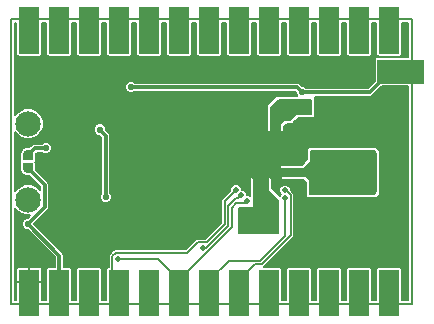
<source format=gbl>
G04 #@! TF.FileFunction,Copper,L2,Bot,Signal*
%FSLAX46Y46*%
G04 Gerber Fmt 4.6, Leading zero omitted, Abs format (unit mm)*
G04 Created by KiCad (PCBNEW 4.0.1-3.201512221401+6198~38~ubuntu15.10.1-stable) date Tue Jan  5 23:14:19 2016*
%MOMM*%
G01*
G04 APERTURE LIST*
%ADD10C,0.100000*%
%ADD11C,0.150000*%
%ADD12R,2.000000X2.000000*%
%ADD13C,0.900000*%
%ADD14R,0.900000X0.400000*%
%ADD15R,1.727200X2.032000*%
%ADD16C,2.150000*%
%ADD17C,0.584200*%
%ADD18C,0.508000*%
%ADD19C,0.304800*%
%ADD20C,0.152400*%
G04 APERTURE END LIST*
D10*
D11*
X0Y0D02*
X0Y24130000D01*
X33909000Y0D02*
X0Y0D01*
X33909000Y24130000D02*
X33909000Y0D01*
X0Y24130000D02*
X33909000Y24130000D01*
D12*
X32004000Y19685000D03*
X33909000Y19685000D03*
D13*
X1397000Y11515000D03*
D14*
X1397000Y12365000D03*
X1397000Y11765000D03*
D13*
X1397000Y12615000D03*
D15*
X32004000Y0D03*
X29464000Y0D03*
X26924000Y0D03*
X24384000Y0D03*
X21844000Y0D03*
X19304000Y0D03*
X16764000Y0D03*
X14224000Y0D03*
X11684000Y0D03*
X9144000Y0D03*
X6604000Y0D03*
X4064000Y0D03*
X1524000Y0D03*
X1524000Y1905000D03*
X4064000Y1905000D03*
X6604000Y1905000D03*
X9144000Y1905000D03*
X11684000Y1905000D03*
X14224000Y1905000D03*
X16764000Y1905000D03*
X19304000Y1905000D03*
X21844000Y1905000D03*
X24384000Y1905000D03*
X26924000Y1905000D03*
X29464000Y1905000D03*
X32004000Y1905000D03*
X1524000Y24130000D03*
X4064000Y24130000D03*
X6604000Y24130000D03*
X9144000Y24130000D03*
X11684000Y24130000D03*
X14224000Y24130000D03*
X16764000Y24130000D03*
X19304000Y24130000D03*
X21844000Y24130000D03*
X24384000Y24130000D03*
X26924000Y24130000D03*
X29464000Y24130000D03*
X32004000Y24130000D03*
X32004000Y22225000D03*
X29464000Y22225000D03*
X26924000Y22225000D03*
X24384000Y22225000D03*
X21844000Y22225000D03*
X19304000Y22225000D03*
X16764000Y22225000D03*
X14224000Y22225000D03*
X11684000Y22225000D03*
X9144000Y22225000D03*
X6604000Y22225000D03*
X4064000Y22225000D03*
X1524000Y22225000D03*
D16*
X1447800Y15290000D03*
X1447800Y8840000D03*
D17*
X26035000Y4762500D03*
X23749000Y4635500D03*
X19878000Y6350000D03*
X19878000Y7874000D03*
X22672000Y16510000D03*
X29464000Y10668000D03*
X29464000Y11620500D03*
X30289500Y10668000D03*
X30289500Y11620500D03*
X3302000Y5905500D03*
X21717000Y11811000D03*
X21717000Y13536000D03*
X19992000Y13536000D03*
X19992000Y11811000D03*
D18*
X16255597Y4771510D03*
X19490888Y9211112D03*
X23180978Y8983709D03*
X23172984Y9644062D03*
D17*
X24638000Y17970500D03*
X10160000Y18392140D03*
X7493000Y14795500D03*
X8001000Y9080500D03*
X2921000Y13223800D03*
X1397000Y6794500D03*
D18*
X9042400Y3835400D03*
X19957862Y8744138D03*
X19023914Y9678086D03*
D19*
X1524000Y0D02*
X1524000Y1905000D01*
X30289500Y11620500D02*
X30289500Y10668000D01*
D20*
X11684000Y1905000D02*
X11684000Y0D01*
X16504017Y4768483D02*
X16500990Y4771510D01*
X16500990Y4771510D02*
X16255597Y4771510D01*
X18364190Y6628656D02*
X16504017Y4768483D01*
X19490888Y9211112D02*
X19236889Y8957113D01*
X19236889Y8957113D02*
X19003547Y8957113D01*
X19003547Y8957113D02*
X18364190Y8317756D01*
X18364190Y8317756D02*
X18364190Y6628656D01*
X16764000Y0D02*
X16764000Y1905000D01*
X23180978Y8983709D02*
X23180978Y5781978D01*
X23180978Y5781978D02*
X21094690Y3695690D01*
X21094690Y3695690D02*
X18402290Y3695690D01*
X18402290Y3695690D02*
X16764000Y2057400D01*
X16764000Y2057400D02*
X16764000Y1905000D01*
X19304000Y0D02*
X19304000Y1905000D01*
X23663579Y5833513D02*
X21220946Y3390880D01*
X21220946Y3390880D02*
X20637480Y3390880D01*
X20637480Y3390880D02*
X19304000Y2057400D01*
X19304000Y2057400D02*
X19304000Y1905000D01*
X23663579Y9229421D02*
X23248938Y9644062D01*
X23663579Y5833513D02*
X23663579Y9229421D01*
X23248938Y9644062D02*
X23172984Y9644062D01*
D19*
X6604000Y1905000D02*
X6604000Y0D01*
X32004000Y19685000D02*
X33909000Y19685000D01*
X24638000Y17970500D02*
X30353000Y17970500D01*
X30353000Y17970500D02*
X32004000Y19621500D01*
X32004000Y19621500D02*
X32004000Y19685000D01*
X24216360Y18392140D02*
X24638000Y17970500D01*
X10160000Y18392140D02*
X24216360Y18392140D01*
X8001000Y14224000D02*
X7493000Y14732000D01*
X7493000Y14732000D02*
X7493000Y14795500D01*
X8001000Y9080500D02*
X8001000Y14224000D01*
X2921000Y13223800D02*
X2005800Y13223800D01*
X2005800Y13223800D02*
X1397000Y12615000D01*
X4064000Y0D02*
X4064000Y1905000D01*
X4064000Y1905000D02*
X4064000Y4127500D01*
X4064000Y4127500D02*
X1397000Y6794500D01*
X2827601Y8225101D02*
X1397000Y6794500D01*
X1397000Y11515000D02*
X2827601Y10084399D01*
X2827601Y10084399D02*
X2827601Y8225101D01*
D20*
X21844000Y0D02*
X21844000Y1905000D01*
X24384000Y0D02*
X24384000Y1905000D01*
X26924000Y0D02*
X26924000Y1905000D01*
X29464000Y0D02*
X29464000Y1905000D01*
X32004000Y0D02*
X32004000Y1905000D01*
X32004000Y22225000D02*
X32004000Y24130000D01*
X14224000Y0D02*
X14224000Y1905000D01*
X9042400Y3835400D02*
X12446000Y3835400D01*
X12446000Y3835400D02*
X14224000Y2057400D01*
X14224000Y2057400D02*
X14224000Y1905000D01*
X18669000Y6502400D02*
X18669000Y8191500D01*
X14224000Y2057400D02*
X18669000Y6502400D01*
X18669000Y8191500D02*
X19050000Y8572500D01*
X19050000Y8572500D02*
X19786224Y8572500D01*
X19786224Y8572500D02*
X19957862Y8744138D01*
X29464000Y22225000D02*
X29464000Y24130000D01*
X26924000Y22225000D02*
X26924000Y24130000D01*
X24384000Y22225000D02*
X24384000Y24130000D01*
X21844000Y22225000D02*
X21844000Y24130000D01*
X19304000Y22225000D02*
X19304000Y24130000D01*
X16764000Y22225000D02*
X16764000Y24130000D01*
X14224000Y22225000D02*
X14224000Y24130000D01*
X11684000Y22225000D02*
X11684000Y24130000D01*
X9144000Y22225000D02*
X9144000Y24130000D01*
X6604000Y22225000D02*
X6604000Y24130000D01*
X4064000Y22225000D02*
X4064000Y24130000D01*
X1524000Y22225000D02*
X1524000Y24130000D01*
X9144000Y1905000D02*
X9144000Y0D01*
X9144000Y1905000D02*
X9144000Y2057400D01*
X14884400Y4343400D02*
X15795111Y5254111D01*
X15795111Y5254111D02*
X16558579Y5254111D01*
X9144000Y2057400D02*
X8559799Y2641601D01*
X8559799Y2641601D02*
X8559799Y4067049D01*
X8559799Y4067049D02*
X8836150Y4343400D01*
X8836150Y4343400D02*
X14884400Y4343400D01*
X16558579Y5254111D02*
X18059380Y6754912D01*
X18059380Y6754912D02*
X18059380Y8713552D01*
X18059380Y8713552D02*
X19023914Y9678086D01*
G36*
X427322Y21209000D02*
X443262Y21124286D01*
X493328Y21046482D01*
X569720Y20994285D01*
X660400Y20975922D01*
X2387600Y20975922D01*
X2472314Y20991862D01*
X2550118Y21041928D01*
X2602315Y21118320D01*
X2620678Y21209000D01*
X2620678Y23799800D01*
X2967322Y23799800D01*
X2967322Y21209000D01*
X2983262Y21124286D01*
X3033328Y21046482D01*
X3109720Y20994285D01*
X3200400Y20975922D01*
X4927600Y20975922D01*
X5012314Y20991862D01*
X5090118Y21041928D01*
X5142315Y21118320D01*
X5160678Y21209000D01*
X5160678Y23799800D01*
X5507322Y23799800D01*
X5507322Y21209000D01*
X5523262Y21124286D01*
X5573328Y21046482D01*
X5649720Y20994285D01*
X5740400Y20975922D01*
X7467600Y20975922D01*
X7552314Y20991862D01*
X7630118Y21041928D01*
X7682315Y21118320D01*
X7700678Y21209000D01*
X7700678Y23799800D01*
X8047322Y23799800D01*
X8047322Y21209000D01*
X8063262Y21124286D01*
X8113328Y21046482D01*
X8189720Y20994285D01*
X8280400Y20975922D01*
X10007600Y20975922D01*
X10092314Y20991862D01*
X10170118Y21041928D01*
X10222315Y21118320D01*
X10240678Y21209000D01*
X10240678Y23799800D01*
X10587322Y23799800D01*
X10587322Y21209000D01*
X10603262Y21124286D01*
X10653328Y21046482D01*
X10729720Y20994285D01*
X10820400Y20975922D01*
X12547600Y20975922D01*
X12632314Y20991862D01*
X12710118Y21041928D01*
X12762315Y21118320D01*
X12780678Y21209000D01*
X12780678Y23799800D01*
X13127322Y23799800D01*
X13127322Y21209000D01*
X13143262Y21124286D01*
X13193328Y21046482D01*
X13269720Y20994285D01*
X13360400Y20975922D01*
X15087600Y20975922D01*
X15172314Y20991862D01*
X15250118Y21041928D01*
X15302315Y21118320D01*
X15320678Y21209000D01*
X15320678Y23799800D01*
X15667322Y23799800D01*
X15667322Y21209000D01*
X15683262Y21124286D01*
X15733328Y21046482D01*
X15809720Y20994285D01*
X15900400Y20975922D01*
X17627600Y20975922D01*
X17712314Y20991862D01*
X17790118Y21041928D01*
X17842315Y21118320D01*
X17860678Y21209000D01*
X17860678Y23799800D01*
X18207322Y23799800D01*
X18207322Y21209000D01*
X18223262Y21124286D01*
X18273328Y21046482D01*
X18349720Y20994285D01*
X18440400Y20975922D01*
X20167600Y20975922D01*
X20252314Y20991862D01*
X20330118Y21041928D01*
X20382315Y21118320D01*
X20400678Y21209000D01*
X20400678Y23799800D01*
X20747322Y23799800D01*
X20747322Y21209000D01*
X20763262Y21124286D01*
X20813328Y21046482D01*
X20889720Y20994285D01*
X20980400Y20975922D01*
X22707600Y20975922D01*
X22792314Y20991862D01*
X22870118Y21041928D01*
X22922315Y21118320D01*
X22940678Y21209000D01*
X22940678Y23799800D01*
X23287322Y23799800D01*
X23287322Y21209000D01*
X23303262Y21124286D01*
X23353328Y21046482D01*
X23429720Y20994285D01*
X23520400Y20975922D01*
X25247600Y20975922D01*
X25332314Y20991862D01*
X25410118Y21041928D01*
X25462315Y21118320D01*
X25480678Y21209000D01*
X25480678Y23799800D01*
X25827322Y23799800D01*
X25827322Y21209000D01*
X25843262Y21124286D01*
X25893328Y21046482D01*
X25969720Y20994285D01*
X26060400Y20975922D01*
X27787600Y20975922D01*
X27872314Y20991862D01*
X27950118Y21041928D01*
X28002315Y21118320D01*
X28020678Y21209000D01*
X28020678Y23799800D01*
X28367322Y23799800D01*
X28367322Y21209000D01*
X28383262Y21124286D01*
X28433328Y21046482D01*
X28509720Y20994285D01*
X28600400Y20975922D01*
X30327600Y20975922D01*
X30412314Y20991862D01*
X30490118Y21041928D01*
X30542315Y21118320D01*
X30560678Y21209000D01*
X30560678Y23799800D01*
X30907322Y23799800D01*
X30907322Y21209000D01*
X30923262Y21124286D01*
X30973328Y21046482D01*
X31049720Y20994285D01*
X31140400Y20975922D01*
X32867600Y20975922D01*
X32952314Y20991862D01*
X33030118Y21041928D01*
X33082315Y21118320D01*
X33100678Y21209000D01*
X33100678Y23799800D01*
X33573433Y23799800D01*
X33573433Y20918078D01*
X31004000Y20918078D01*
X30919286Y20902138D01*
X30841482Y20852072D01*
X30789285Y20775680D01*
X30770922Y20685000D01*
X30770922Y18927238D01*
X30195184Y18351500D01*
X24993403Y18351500D01*
X24933338Y18411670D01*
X24742028Y18491109D01*
X24656132Y18491184D01*
X24485768Y18661548D01*
X24362163Y18744138D01*
X24216360Y18773140D01*
X10515403Y18773140D01*
X10455338Y18833310D01*
X10264028Y18912749D01*
X10056881Y18912930D01*
X9865433Y18833825D01*
X9718830Y18687478D01*
X9639391Y18496168D01*
X9639210Y18289021D01*
X9718315Y18097573D01*
X9864662Y17950970D01*
X10055972Y17871531D01*
X10263119Y17871350D01*
X10454567Y17950455D01*
X10515358Y18011140D01*
X24058544Y18011140D01*
X24117284Y17952400D01*
X24117210Y17867381D01*
X24196315Y17675933D01*
X24206530Y17665700D01*
X22479000Y17665700D01*
X22450327Y17660099D01*
X22425118Y17643382D01*
X21663118Y16881382D01*
X21646803Y16857146D01*
X21640800Y16827500D01*
X21640800Y14668500D01*
X21646011Y14640805D01*
X21662379Y14615368D01*
X21687354Y14598303D01*
X21717000Y14592300D01*
X21907500Y14592300D01*
X21935195Y14597511D01*
X21960632Y14613879D01*
X21977697Y14638854D01*
X21983700Y14668500D01*
X21983700Y16605436D01*
X22701064Y17322800D01*
X25387300Y17322800D01*
X25387300Y16141700D01*
X24130000Y16141700D01*
X24101327Y16136099D01*
X24076118Y16119382D01*
X23590436Y15633700D01*
X23114000Y15633700D01*
X23085327Y15628099D01*
X23060118Y15611382D01*
X22742618Y15293882D01*
X22726303Y15269646D01*
X22720300Y15240000D01*
X22720300Y14668500D01*
X22725511Y14640805D01*
X22741879Y14615368D01*
X22766854Y14598303D01*
X22796500Y14592300D01*
X22987000Y14592300D01*
X23014695Y14597511D01*
X23040132Y14613879D01*
X23057197Y14638854D01*
X23063200Y14668500D01*
X23063200Y15017936D01*
X23336064Y15290800D01*
X23812500Y15290800D01*
X23841173Y15296401D01*
X23866382Y15313118D01*
X24352064Y15798800D01*
X25654000Y15798800D01*
X25681695Y15804011D01*
X25707132Y15820379D01*
X25724197Y15845354D01*
X25730200Y15875000D01*
X25730200Y17589500D01*
X30353000Y17589500D01*
X30498803Y17618502D01*
X30622408Y17701092D01*
X31373238Y18451922D01*
X33573433Y18451922D01*
X33573433Y330200D01*
X33100678Y330200D01*
X33100678Y2921000D01*
X33084738Y3005714D01*
X33034672Y3083518D01*
X32958280Y3135715D01*
X32867600Y3154078D01*
X31140400Y3154078D01*
X31055686Y3138138D01*
X30977882Y3088072D01*
X30925685Y3011680D01*
X30907322Y2921000D01*
X30907322Y330200D01*
X30560678Y330200D01*
X30560678Y2921000D01*
X30544738Y3005714D01*
X30494672Y3083518D01*
X30418280Y3135715D01*
X30327600Y3154078D01*
X28600400Y3154078D01*
X28515686Y3138138D01*
X28437882Y3088072D01*
X28385685Y3011680D01*
X28367322Y2921000D01*
X28367322Y330200D01*
X28020678Y330200D01*
X28020678Y2921000D01*
X28004738Y3005714D01*
X27954672Y3083518D01*
X27878280Y3135715D01*
X27787600Y3154078D01*
X26060400Y3154078D01*
X25975686Y3138138D01*
X25897882Y3088072D01*
X25845685Y3011680D01*
X25827322Y2921000D01*
X25827322Y330200D01*
X25480678Y330200D01*
X25480678Y2921000D01*
X25464738Y3005714D01*
X25414672Y3083518D01*
X25338280Y3135715D01*
X25247600Y3154078D01*
X23520400Y3154078D01*
X23435686Y3138138D01*
X23357882Y3088072D01*
X23305685Y3011680D01*
X23287322Y2921000D01*
X23287322Y330200D01*
X22940678Y330200D01*
X22940678Y2921000D01*
X22924738Y3005714D01*
X22874672Y3083518D01*
X22798280Y3135715D01*
X22707600Y3154078D01*
X21404630Y3154078D01*
X21436472Y3175354D01*
X23879105Y5617987D01*
X23945177Y5716871D01*
X23968379Y5833513D01*
X23968379Y9229421D01*
X23945177Y9346063D01*
X23879105Y9444947D01*
X23655606Y9668446D01*
X23655668Y9739636D01*
X23582351Y9917076D01*
X23446712Y10052952D01*
X23269400Y10126578D01*
X23077410Y10126746D01*
X22899970Y10053429D01*
X22764094Y9917790D01*
X22690468Y9740478D01*
X22690300Y9548488D01*
X22763617Y9371048D01*
X22824651Y9309908D01*
X22772088Y9257437D01*
X22740324Y9180940D01*
X22047200Y9874064D01*
X22047200Y10668000D01*
X22041989Y10695695D01*
X22025621Y10721132D01*
X22000646Y10738197D01*
X21971000Y10744200D01*
X21780500Y10744200D01*
X21752805Y10738989D01*
X21727368Y10722621D01*
X21710303Y10697646D01*
X21704300Y10668000D01*
X21704300Y9652000D01*
X21709901Y9623327D01*
X21726618Y9598118D01*
X22593300Y8731436D01*
X22593300Y6045200D01*
X19316700Y6045200D01*
X19316700Y8178800D01*
X20447000Y8178800D01*
X20474695Y8184011D01*
X20500132Y8200379D01*
X20517197Y8225354D01*
X20523200Y8255000D01*
X20523200Y10668000D01*
X20517989Y10695695D01*
X20501621Y10721132D01*
X20476646Y10738197D01*
X20447000Y10744200D01*
X20256500Y10744200D01*
X20228805Y10738989D01*
X20203368Y10722621D01*
X20186303Y10697646D01*
X20180300Y10668000D01*
X20180300Y9174325D01*
X20054278Y9226654D01*
X19973502Y9226725D01*
X19973572Y9306686D01*
X19900255Y9484126D01*
X19764616Y9620002D01*
X19587304Y9693628D01*
X19506528Y9693699D01*
X19506598Y9773660D01*
X19433281Y9951100D01*
X19297642Y10086976D01*
X19120330Y10160602D01*
X18928340Y10160770D01*
X18750900Y10087453D01*
X18615024Y9951814D01*
X18541398Y9774502D01*
X18541268Y9626492D01*
X17843854Y8929078D01*
X17777782Y8830194D01*
X17754580Y8713552D01*
X17754580Y6881164D01*
X16432327Y5558911D01*
X15795111Y5558911D01*
X15678469Y5535709D01*
X15590871Y5477178D01*
X15579585Y5469637D01*
X14758148Y4648200D01*
X8836150Y4648200D01*
X8719508Y4624998D01*
X8620624Y4558926D01*
X8344273Y4282575D01*
X8278201Y4183691D01*
X8254999Y4067049D01*
X8254999Y3149298D01*
X8195686Y3138138D01*
X8117882Y3088072D01*
X8065685Y3011680D01*
X8047322Y2921000D01*
X8047322Y330200D01*
X7700678Y330200D01*
X7700678Y2921000D01*
X7684738Y3005714D01*
X7634672Y3083518D01*
X7558280Y3135715D01*
X7467600Y3154078D01*
X5740400Y3154078D01*
X5655686Y3138138D01*
X5577882Y3088072D01*
X5525685Y3011680D01*
X5507322Y2921000D01*
X5507322Y330200D01*
X5160678Y330200D01*
X5160678Y2921000D01*
X5144738Y3005714D01*
X5094672Y3083518D01*
X5018280Y3135715D01*
X4927600Y3154078D01*
X4445000Y3154078D01*
X4445000Y4127495D01*
X4445001Y4127500D01*
X4415998Y4273302D01*
X4386076Y4318084D01*
X4333408Y4396908D01*
X4333405Y4396910D01*
X1935816Y6794500D01*
X3097006Y7955691D01*
X3097009Y7955693D01*
X3146518Y8029789D01*
X3179599Y8079298D01*
X3208601Y8225101D01*
X3208601Y10084399D01*
X3179599Y10230201D01*
X3179599Y10230202D01*
X3146518Y10279711D01*
X3097009Y10353807D01*
X3097006Y10353809D01*
X2074281Y11376534D01*
X2075482Y11379426D01*
X2075625Y11543010D01*
X2080078Y11565000D01*
X2080078Y11965000D01*
X2064138Y12049714D01*
X2054809Y12064212D01*
X2061715Y12074320D01*
X2080078Y12165000D01*
X2080078Y12565000D01*
X2075578Y12588917D01*
X2075718Y12749390D01*
X2074106Y12753290D01*
X2163616Y12842800D01*
X2565597Y12842800D01*
X2625662Y12782630D01*
X2816972Y12703191D01*
X3024119Y12703010D01*
X3215567Y12782115D01*
X3362170Y12928462D01*
X3441609Y13119772D01*
X3441790Y13326919D01*
X3362685Y13518367D01*
X3216338Y13664970D01*
X3025028Y13744409D01*
X2817881Y13744590D01*
X2626433Y13665485D01*
X2565642Y13604800D01*
X2005800Y13604800D01*
X1859997Y13575798D01*
X1736392Y13493208D01*
X1535465Y13292281D01*
X1532574Y13293482D01*
X1262610Y13293718D01*
X1013106Y13190625D01*
X822046Y12999898D01*
X718518Y12750574D01*
X718375Y12586990D01*
X713922Y12565000D01*
X713922Y12165000D01*
X729862Y12080286D01*
X739191Y12065788D01*
X732285Y12055680D01*
X713922Y11965000D01*
X713922Y11565000D01*
X718422Y11541083D01*
X718282Y11380610D01*
X821375Y11131106D01*
X1012102Y10940046D01*
X1261426Y10836518D01*
X1531390Y10836282D01*
X1535291Y10837894D01*
X2446601Y9926584D01*
X2446601Y9684634D01*
X2187194Y9944494D01*
X1708240Y10143373D01*
X1189636Y10143826D01*
X710335Y9945783D01*
X343306Y9579394D01*
X330200Y9547831D01*
X330200Y14581134D01*
X342017Y14552535D01*
X708406Y14185506D01*
X1187360Y13986627D01*
X1705964Y13986174D01*
X2185265Y14184217D01*
X2552294Y14550606D01*
X2611164Y14692381D01*
X6972210Y14692381D01*
X7051315Y14500933D01*
X7197662Y14354330D01*
X7388972Y14274891D01*
X7411313Y14274871D01*
X7620000Y14066185D01*
X7620000Y9435903D01*
X7559830Y9375838D01*
X7480391Y9184528D01*
X7480210Y8977381D01*
X7559315Y8785933D01*
X7705662Y8639330D01*
X7896972Y8559891D01*
X8104119Y8559710D01*
X8295567Y8638815D01*
X8442170Y8785162D01*
X8521609Y8976472D01*
X8521790Y9183619D01*
X8442685Y9375067D01*
X8382000Y9435858D01*
X8382000Y11747500D01*
X22783800Y11747500D01*
X22783800Y11557000D01*
X22789011Y11529305D01*
X22805379Y11503868D01*
X22830354Y11486803D01*
X22860000Y11480800D01*
X24828500Y11480800D01*
X24857173Y11486401D01*
X24882382Y11503118D01*
X25390382Y12011118D01*
X25406697Y12035354D01*
X25412700Y12065000D01*
X25412700Y12941300D01*
X30702436Y12941300D01*
X30911800Y12731936D01*
X30911800Y9556564D01*
X30702436Y9347200D01*
X25285700Y9347200D01*
X25285700Y10477500D01*
X25280099Y10506173D01*
X25263382Y10531382D01*
X24945882Y10848882D01*
X24921646Y10865197D01*
X24892000Y10871200D01*
X22923500Y10871200D01*
X22895805Y10865989D01*
X22870368Y10849621D01*
X22853303Y10824646D01*
X22847300Y10795000D01*
X22847300Y10604500D01*
X22852511Y10576805D01*
X22868879Y10551368D01*
X22893854Y10534303D01*
X22923500Y10528300D01*
X24669936Y10528300D01*
X24942800Y10255436D01*
X24942800Y9080500D01*
X24948011Y9052805D01*
X24964379Y9027368D01*
X24989354Y9010303D01*
X25019000Y9004300D01*
X30924500Y9004300D01*
X30953173Y9009901D01*
X30978382Y9026618D01*
X31232382Y9280618D01*
X31248697Y9304854D01*
X31254700Y9334500D01*
X31254700Y12954000D01*
X31249099Y12982673D01*
X31232382Y13007882D01*
X30978382Y13261882D01*
X30954146Y13278197D01*
X30924500Y13284200D01*
X25146000Y13284200D01*
X25118305Y13278989D01*
X25092868Y13262621D01*
X25075803Y13237646D01*
X25069800Y13208000D01*
X25069800Y12287064D01*
X24606436Y11823700D01*
X22860000Y11823700D01*
X22832305Y11818489D01*
X22806868Y11802121D01*
X22789803Y11777146D01*
X22783800Y11747500D01*
X8382000Y11747500D01*
X8382000Y14224000D01*
X8352998Y14369802D01*
X8270408Y14493408D01*
X8270405Y14493410D01*
X8013660Y14750155D01*
X8013790Y14898619D01*
X7934685Y15090067D01*
X7788338Y15236670D01*
X7597028Y15316109D01*
X7389881Y15316290D01*
X7198433Y15237185D01*
X7051830Y15090838D01*
X6972391Y14899528D01*
X6972210Y14692381D01*
X2611164Y14692381D01*
X2751173Y15029560D01*
X2751626Y15548164D01*
X2553583Y16027465D01*
X2187194Y16394494D01*
X1708240Y16593373D01*
X1189636Y16593826D01*
X710335Y16395783D01*
X343306Y16029394D01*
X330200Y15997831D01*
X330200Y23799800D01*
X427322Y23799800D01*
X427322Y21209000D01*
X427322Y21209000D01*
G37*
X427322Y21209000D02*
X443262Y21124286D01*
X493328Y21046482D01*
X569720Y20994285D01*
X660400Y20975922D01*
X2387600Y20975922D01*
X2472314Y20991862D01*
X2550118Y21041928D01*
X2602315Y21118320D01*
X2620678Y21209000D01*
X2620678Y23799800D01*
X2967322Y23799800D01*
X2967322Y21209000D01*
X2983262Y21124286D01*
X3033328Y21046482D01*
X3109720Y20994285D01*
X3200400Y20975922D01*
X4927600Y20975922D01*
X5012314Y20991862D01*
X5090118Y21041928D01*
X5142315Y21118320D01*
X5160678Y21209000D01*
X5160678Y23799800D01*
X5507322Y23799800D01*
X5507322Y21209000D01*
X5523262Y21124286D01*
X5573328Y21046482D01*
X5649720Y20994285D01*
X5740400Y20975922D01*
X7467600Y20975922D01*
X7552314Y20991862D01*
X7630118Y21041928D01*
X7682315Y21118320D01*
X7700678Y21209000D01*
X7700678Y23799800D01*
X8047322Y23799800D01*
X8047322Y21209000D01*
X8063262Y21124286D01*
X8113328Y21046482D01*
X8189720Y20994285D01*
X8280400Y20975922D01*
X10007600Y20975922D01*
X10092314Y20991862D01*
X10170118Y21041928D01*
X10222315Y21118320D01*
X10240678Y21209000D01*
X10240678Y23799800D01*
X10587322Y23799800D01*
X10587322Y21209000D01*
X10603262Y21124286D01*
X10653328Y21046482D01*
X10729720Y20994285D01*
X10820400Y20975922D01*
X12547600Y20975922D01*
X12632314Y20991862D01*
X12710118Y21041928D01*
X12762315Y21118320D01*
X12780678Y21209000D01*
X12780678Y23799800D01*
X13127322Y23799800D01*
X13127322Y21209000D01*
X13143262Y21124286D01*
X13193328Y21046482D01*
X13269720Y20994285D01*
X13360400Y20975922D01*
X15087600Y20975922D01*
X15172314Y20991862D01*
X15250118Y21041928D01*
X15302315Y21118320D01*
X15320678Y21209000D01*
X15320678Y23799800D01*
X15667322Y23799800D01*
X15667322Y21209000D01*
X15683262Y21124286D01*
X15733328Y21046482D01*
X15809720Y20994285D01*
X15900400Y20975922D01*
X17627600Y20975922D01*
X17712314Y20991862D01*
X17790118Y21041928D01*
X17842315Y21118320D01*
X17860678Y21209000D01*
X17860678Y23799800D01*
X18207322Y23799800D01*
X18207322Y21209000D01*
X18223262Y21124286D01*
X18273328Y21046482D01*
X18349720Y20994285D01*
X18440400Y20975922D01*
X20167600Y20975922D01*
X20252314Y20991862D01*
X20330118Y21041928D01*
X20382315Y21118320D01*
X20400678Y21209000D01*
X20400678Y23799800D01*
X20747322Y23799800D01*
X20747322Y21209000D01*
X20763262Y21124286D01*
X20813328Y21046482D01*
X20889720Y20994285D01*
X20980400Y20975922D01*
X22707600Y20975922D01*
X22792314Y20991862D01*
X22870118Y21041928D01*
X22922315Y21118320D01*
X22940678Y21209000D01*
X22940678Y23799800D01*
X23287322Y23799800D01*
X23287322Y21209000D01*
X23303262Y21124286D01*
X23353328Y21046482D01*
X23429720Y20994285D01*
X23520400Y20975922D01*
X25247600Y20975922D01*
X25332314Y20991862D01*
X25410118Y21041928D01*
X25462315Y21118320D01*
X25480678Y21209000D01*
X25480678Y23799800D01*
X25827322Y23799800D01*
X25827322Y21209000D01*
X25843262Y21124286D01*
X25893328Y21046482D01*
X25969720Y20994285D01*
X26060400Y20975922D01*
X27787600Y20975922D01*
X27872314Y20991862D01*
X27950118Y21041928D01*
X28002315Y21118320D01*
X28020678Y21209000D01*
X28020678Y23799800D01*
X28367322Y23799800D01*
X28367322Y21209000D01*
X28383262Y21124286D01*
X28433328Y21046482D01*
X28509720Y20994285D01*
X28600400Y20975922D01*
X30327600Y20975922D01*
X30412314Y20991862D01*
X30490118Y21041928D01*
X30542315Y21118320D01*
X30560678Y21209000D01*
X30560678Y23799800D01*
X30907322Y23799800D01*
X30907322Y21209000D01*
X30923262Y21124286D01*
X30973328Y21046482D01*
X31049720Y20994285D01*
X31140400Y20975922D01*
X32867600Y20975922D01*
X32952314Y20991862D01*
X33030118Y21041928D01*
X33082315Y21118320D01*
X33100678Y21209000D01*
X33100678Y23799800D01*
X33573433Y23799800D01*
X33573433Y20918078D01*
X31004000Y20918078D01*
X30919286Y20902138D01*
X30841482Y20852072D01*
X30789285Y20775680D01*
X30770922Y20685000D01*
X30770922Y18927238D01*
X30195184Y18351500D01*
X24993403Y18351500D01*
X24933338Y18411670D01*
X24742028Y18491109D01*
X24656132Y18491184D01*
X24485768Y18661548D01*
X24362163Y18744138D01*
X24216360Y18773140D01*
X10515403Y18773140D01*
X10455338Y18833310D01*
X10264028Y18912749D01*
X10056881Y18912930D01*
X9865433Y18833825D01*
X9718830Y18687478D01*
X9639391Y18496168D01*
X9639210Y18289021D01*
X9718315Y18097573D01*
X9864662Y17950970D01*
X10055972Y17871531D01*
X10263119Y17871350D01*
X10454567Y17950455D01*
X10515358Y18011140D01*
X24058544Y18011140D01*
X24117284Y17952400D01*
X24117210Y17867381D01*
X24196315Y17675933D01*
X24206530Y17665700D01*
X22479000Y17665700D01*
X22450327Y17660099D01*
X22425118Y17643382D01*
X21663118Y16881382D01*
X21646803Y16857146D01*
X21640800Y16827500D01*
X21640800Y14668500D01*
X21646011Y14640805D01*
X21662379Y14615368D01*
X21687354Y14598303D01*
X21717000Y14592300D01*
X21907500Y14592300D01*
X21935195Y14597511D01*
X21960632Y14613879D01*
X21977697Y14638854D01*
X21983700Y14668500D01*
X21983700Y16605436D01*
X22701064Y17322800D01*
X25387300Y17322800D01*
X25387300Y16141700D01*
X24130000Y16141700D01*
X24101327Y16136099D01*
X24076118Y16119382D01*
X23590436Y15633700D01*
X23114000Y15633700D01*
X23085327Y15628099D01*
X23060118Y15611382D01*
X22742618Y15293882D01*
X22726303Y15269646D01*
X22720300Y15240000D01*
X22720300Y14668500D01*
X22725511Y14640805D01*
X22741879Y14615368D01*
X22766854Y14598303D01*
X22796500Y14592300D01*
X22987000Y14592300D01*
X23014695Y14597511D01*
X23040132Y14613879D01*
X23057197Y14638854D01*
X23063200Y14668500D01*
X23063200Y15017936D01*
X23336064Y15290800D01*
X23812500Y15290800D01*
X23841173Y15296401D01*
X23866382Y15313118D01*
X24352064Y15798800D01*
X25654000Y15798800D01*
X25681695Y15804011D01*
X25707132Y15820379D01*
X25724197Y15845354D01*
X25730200Y15875000D01*
X25730200Y17589500D01*
X30353000Y17589500D01*
X30498803Y17618502D01*
X30622408Y17701092D01*
X31373238Y18451922D01*
X33573433Y18451922D01*
X33573433Y330200D01*
X33100678Y330200D01*
X33100678Y2921000D01*
X33084738Y3005714D01*
X33034672Y3083518D01*
X32958280Y3135715D01*
X32867600Y3154078D01*
X31140400Y3154078D01*
X31055686Y3138138D01*
X30977882Y3088072D01*
X30925685Y3011680D01*
X30907322Y2921000D01*
X30907322Y330200D01*
X30560678Y330200D01*
X30560678Y2921000D01*
X30544738Y3005714D01*
X30494672Y3083518D01*
X30418280Y3135715D01*
X30327600Y3154078D01*
X28600400Y3154078D01*
X28515686Y3138138D01*
X28437882Y3088072D01*
X28385685Y3011680D01*
X28367322Y2921000D01*
X28367322Y330200D01*
X28020678Y330200D01*
X28020678Y2921000D01*
X28004738Y3005714D01*
X27954672Y3083518D01*
X27878280Y3135715D01*
X27787600Y3154078D01*
X26060400Y3154078D01*
X25975686Y3138138D01*
X25897882Y3088072D01*
X25845685Y3011680D01*
X25827322Y2921000D01*
X25827322Y330200D01*
X25480678Y330200D01*
X25480678Y2921000D01*
X25464738Y3005714D01*
X25414672Y3083518D01*
X25338280Y3135715D01*
X25247600Y3154078D01*
X23520400Y3154078D01*
X23435686Y3138138D01*
X23357882Y3088072D01*
X23305685Y3011680D01*
X23287322Y2921000D01*
X23287322Y330200D01*
X22940678Y330200D01*
X22940678Y2921000D01*
X22924738Y3005714D01*
X22874672Y3083518D01*
X22798280Y3135715D01*
X22707600Y3154078D01*
X21404630Y3154078D01*
X21436472Y3175354D01*
X23879105Y5617987D01*
X23945177Y5716871D01*
X23968379Y5833513D01*
X23968379Y9229421D01*
X23945177Y9346063D01*
X23879105Y9444947D01*
X23655606Y9668446D01*
X23655668Y9739636D01*
X23582351Y9917076D01*
X23446712Y10052952D01*
X23269400Y10126578D01*
X23077410Y10126746D01*
X22899970Y10053429D01*
X22764094Y9917790D01*
X22690468Y9740478D01*
X22690300Y9548488D01*
X22763617Y9371048D01*
X22824651Y9309908D01*
X22772088Y9257437D01*
X22740324Y9180940D01*
X22047200Y9874064D01*
X22047200Y10668000D01*
X22041989Y10695695D01*
X22025621Y10721132D01*
X22000646Y10738197D01*
X21971000Y10744200D01*
X21780500Y10744200D01*
X21752805Y10738989D01*
X21727368Y10722621D01*
X21710303Y10697646D01*
X21704300Y10668000D01*
X21704300Y9652000D01*
X21709901Y9623327D01*
X21726618Y9598118D01*
X22593300Y8731436D01*
X22593300Y6045200D01*
X19316700Y6045200D01*
X19316700Y8178800D01*
X20447000Y8178800D01*
X20474695Y8184011D01*
X20500132Y8200379D01*
X20517197Y8225354D01*
X20523200Y8255000D01*
X20523200Y10668000D01*
X20517989Y10695695D01*
X20501621Y10721132D01*
X20476646Y10738197D01*
X20447000Y10744200D01*
X20256500Y10744200D01*
X20228805Y10738989D01*
X20203368Y10722621D01*
X20186303Y10697646D01*
X20180300Y10668000D01*
X20180300Y9174325D01*
X20054278Y9226654D01*
X19973502Y9226725D01*
X19973572Y9306686D01*
X19900255Y9484126D01*
X19764616Y9620002D01*
X19587304Y9693628D01*
X19506528Y9693699D01*
X19506598Y9773660D01*
X19433281Y9951100D01*
X19297642Y10086976D01*
X19120330Y10160602D01*
X18928340Y10160770D01*
X18750900Y10087453D01*
X18615024Y9951814D01*
X18541398Y9774502D01*
X18541268Y9626492D01*
X17843854Y8929078D01*
X17777782Y8830194D01*
X17754580Y8713552D01*
X17754580Y6881164D01*
X16432327Y5558911D01*
X15795111Y5558911D01*
X15678469Y5535709D01*
X15590871Y5477178D01*
X15579585Y5469637D01*
X14758148Y4648200D01*
X8836150Y4648200D01*
X8719508Y4624998D01*
X8620624Y4558926D01*
X8344273Y4282575D01*
X8278201Y4183691D01*
X8254999Y4067049D01*
X8254999Y3149298D01*
X8195686Y3138138D01*
X8117882Y3088072D01*
X8065685Y3011680D01*
X8047322Y2921000D01*
X8047322Y330200D01*
X7700678Y330200D01*
X7700678Y2921000D01*
X7684738Y3005714D01*
X7634672Y3083518D01*
X7558280Y3135715D01*
X7467600Y3154078D01*
X5740400Y3154078D01*
X5655686Y3138138D01*
X5577882Y3088072D01*
X5525685Y3011680D01*
X5507322Y2921000D01*
X5507322Y330200D01*
X5160678Y330200D01*
X5160678Y2921000D01*
X5144738Y3005714D01*
X5094672Y3083518D01*
X5018280Y3135715D01*
X4927600Y3154078D01*
X4445000Y3154078D01*
X4445000Y4127495D01*
X4445001Y4127500D01*
X4415998Y4273302D01*
X4386076Y4318084D01*
X4333408Y4396908D01*
X4333405Y4396910D01*
X1935816Y6794500D01*
X3097006Y7955691D01*
X3097009Y7955693D01*
X3146518Y8029789D01*
X3179599Y8079298D01*
X3208601Y8225101D01*
X3208601Y10084399D01*
X3179599Y10230201D01*
X3179599Y10230202D01*
X3146518Y10279711D01*
X3097009Y10353807D01*
X3097006Y10353809D01*
X2074281Y11376534D01*
X2075482Y11379426D01*
X2075625Y11543010D01*
X2080078Y11565000D01*
X2080078Y11965000D01*
X2064138Y12049714D01*
X2054809Y12064212D01*
X2061715Y12074320D01*
X2080078Y12165000D01*
X2080078Y12565000D01*
X2075578Y12588917D01*
X2075718Y12749390D01*
X2074106Y12753290D01*
X2163616Y12842800D01*
X2565597Y12842800D01*
X2625662Y12782630D01*
X2816972Y12703191D01*
X3024119Y12703010D01*
X3215567Y12782115D01*
X3362170Y12928462D01*
X3441609Y13119772D01*
X3441790Y13326919D01*
X3362685Y13518367D01*
X3216338Y13664970D01*
X3025028Y13744409D01*
X2817881Y13744590D01*
X2626433Y13665485D01*
X2565642Y13604800D01*
X2005800Y13604800D01*
X1859997Y13575798D01*
X1736392Y13493208D01*
X1535465Y13292281D01*
X1532574Y13293482D01*
X1262610Y13293718D01*
X1013106Y13190625D01*
X822046Y12999898D01*
X718518Y12750574D01*
X718375Y12586990D01*
X713922Y12565000D01*
X713922Y12165000D01*
X729862Y12080286D01*
X739191Y12065788D01*
X732285Y12055680D01*
X713922Y11965000D01*
X713922Y11565000D01*
X718422Y11541083D01*
X718282Y11380610D01*
X821375Y11131106D01*
X1012102Y10940046D01*
X1261426Y10836518D01*
X1531390Y10836282D01*
X1535291Y10837894D01*
X2446601Y9926584D01*
X2446601Y9684634D01*
X2187194Y9944494D01*
X1708240Y10143373D01*
X1189636Y10143826D01*
X710335Y9945783D01*
X343306Y9579394D01*
X330200Y9547831D01*
X330200Y14581134D01*
X342017Y14552535D01*
X708406Y14185506D01*
X1187360Y13986627D01*
X1705964Y13986174D01*
X2185265Y14184217D01*
X2552294Y14550606D01*
X2611164Y14692381D01*
X6972210Y14692381D01*
X7051315Y14500933D01*
X7197662Y14354330D01*
X7388972Y14274891D01*
X7411313Y14274871D01*
X7620000Y14066185D01*
X7620000Y9435903D01*
X7559830Y9375838D01*
X7480391Y9184528D01*
X7480210Y8977381D01*
X7559315Y8785933D01*
X7705662Y8639330D01*
X7896972Y8559891D01*
X8104119Y8559710D01*
X8295567Y8638815D01*
X8442170Y8785162D01*
X8521609Y8976472D01*
X8521790Y9183619D01*
X8442685Y9375067D01*
X8382000Y9435858D01*
X8382000Y11747500D01*
X22783800Y11747500D01*
X22783800Y11557000D01*
X22789011Y11529305D01*
X22805379Y11503868D01*
X22830354Y11486803D01*
X22860000Y11480800D01*
X24828500Y11480800D01*
X24857173Y11486401D01*
X24882382Y11503118D01*
X25390382Y12011118D01*
X25406697Y12035354D01*
X25412700Y12065000D01*
X25412700Y12941300D01*
X30702436Y12941300D01*
X30911800Y12731936D01*
X30911800Y9556564D01*
X30702436Y9347200D01*
X25285700Y9347200D01*
X25285700Y10477500D01*
X25280099Y10506173D01*
X25263382Y10531382D01*
X24945882Y10848882D01*
X24921646Y10865197D01*
X24892000Y10871200D01*
X22923500Y10871200D01*
X22895805Y10865989D01*
X22870368Y10849621D01*
X22853303Y10824646D01*
X22847300Y10795000D01*
X22847300Y10604500D01*
X22852511Y10576805D01*
X22868879Y10551368D01*
X22893854Y10534303D01*
X22923500Y10528300D01*
X24669936Y10528300D01*
X24942800Y10255436D01*
X24942800Y9080500D01*
X24948011Y9052805D01*
X24964379Y9027368D01*
X24989354Y9010303D01*
X25019000Y9004300D01*
X30924500Y9004300D01*
X30953173Y9009901D01*
X30978382Y9026618D01*
X31232382Y9280618D01*
X31248697Y9304854D01*
X31254700Y9334500D01*
X31254700Y12954000D01*
X31249099Y12982673D01*
X31232382Y13007882D01*
X30978382Y13261882D01*
X30954146Y13278197D01*
X30924500Y13284200D01*
X25146000Y13284200D01*
X25118305Y13278989D01*
X25092868Y13262621D01*
X25075803Y13237646D01*
X25069800Y13208000D01*
X25069800Y12287064D01*
X24606436Y11823700D01*
X22860000Y11823700D01*
X22832305Y11818489D01*
X22806868Y11802121D01*
X22789803Y11777146D01*
X22783800Y11747500D01*
X8382000Y11747500D01*
X8382000Y14224000D01*
X8352998Y14369802D01*
X8270408Y14493408D01*
X8270405Y14493410D01*
X8013660Y14750155D01*
X8013790Y14898619D01*
X7934685Y15090067D01*
X7788338Y15236670D01*
X7597028Y15316109D01*
X7389881Y15316290D01*
X7198433Y15237185D01*
X7051830Y15090838D01*
X6972391Y14899528D01*
X6972210Y14692381D01*
X2611164Y14692381D01*
X2751173Y15029560D01*
X2751626Y15548164D01*
X2553583Y16027465D01*
X2187194Y16394494D01*
X1708240Y16593373D01*
X1189636Y16593826D01*
X710335Y16395783D01*
X343306Y16029394D01*
X330200Y15997831D01*
X330200Y23799800D01*
X427322Y23799800D01*
X427322Y21209000D01*
G36*
X342017Y8102535D02*
X708406Y7735506D01*
X1187360Y7536627D01*
X1599951Y7536267D01*
X1378900Y7315216D01*
X1293881Y7315290D01*
X1102433Y7236185D01*
X955830Y7089838D01*
X876391Y6898528D01*
X876210Y6691381D01*
X955315Y6499933D01*
X1101662Y6353330D01*
X1292972Y6273891D01*
X1378868Y6273816D01*
X3683000Y3969685D01*
X3683000Y3154078D01*
X3200400Y3154078D01*
X3115686Y3138138D01*
X3037882Y3088072D01*
X2985685Y3011680D01*
X2967322Y2921000D01*
X2967322Y330200D01*
X2616200Y330200D01*
X2616200Y1835150D01*
X2559050Y1892300D01*
X1536700Y1892300D01*
X1536700Y330200D01*
X1511300Y330200D01*
X1511300Y1892300D01*
X488950Y1892300D01*
X431800Y1835150D01*
X431800Y330200D01*
X330200Y330200D01*
X330200Y2966471D01*
X431800Y2966471D01*
X431800Y1974850D01*
X488950Y1917700D01*
X1511300Y1917700D01*
X1511300Y3092450D01*
X1536700Y3092450D01*
X1536700Y1917700D01*
X2559050Y1917700D01*
X2616200Y1974850D01*
X2616200Y2966471D01*
X2581398Y3050491D01*
X2517092Y3114797D01*
X2433072Y3149600D01*
X1593850Y3149600D01*
X1536700Y3092450D01*
X1511300Y3092450D01*
X1454150Y3149600D01*
X614928Y3149600D01*
X530908Y3114797D01*
X466602Y3050491D01*
X431800Y2966471D01*
X330200Y2966471D01*
X330200Y8131134D01*
X342017Y8102535D01*
X342017Y8102535D01*
G37*
X342017Y8102535D02*
X708406Y7735506D01*
X1187360Y7536627D01*
X1599951Y7536267D01*
X1378900Y7315216D01*
X1293881Y7315290D01*
X1102433Y7236185D01*
X955830Y7089838D01*
X876391Y6898528D01*
X876210Y6691381D01*
X955315Y6499933D01*
X1101662Y6353330D01*
X1292972Y6273891D01*
X1378868Y6273816D01*
X3683000Y3969685D01*
X3683000Y3154078D01*
X3200400Y3154078D01*
X3115686Y3138138D01*
X3037882Y3088072D01*
X2985685Y3011680D01*
X2967322Y2921000D01*
X2967322Y330200D01*
X2616200Y330200D01*
X2616200Y1835150D01*
X2559050Y1892300D01*
X1536700Y1892300D01*
X1536700Y330200D01*
X1511300Y330200D01*
X1511300Y1892300D01*
X488950Y1892300D01*
X431800Y1835150D01*
X431800Y330200D01*
X330200Y330200D01*
X330200Y2966471D01*
X431800Y2966471D01*
X431800Y1974850D01*
X488950Y1917700D01*
X1511300Y1917700D01*
X1511300Y3092450D01*
X1536700Y3092450D01*
X1536700Y1917700D01*
X2559050Y1917700D01*
X2616200Y1974850D01*
X2616200Y2966471D01*
X2581398Y3050491D01*
X2517092Y3114797D01*
X2433072Y3149600D01*
X1593850Y3149600D01*
X1536700Y3092450D01*
X1511300Y3092450D01*
X1454150Y3149600D01*
X614928Y3149600D01*
X530908Y3114797D01*
X466602Y3050491D01*
X431800Y2966471D01*
X330200Y2966471D01*
X330200Y8131134D01*
X342017Y8102535D01*
M02*

</source>
